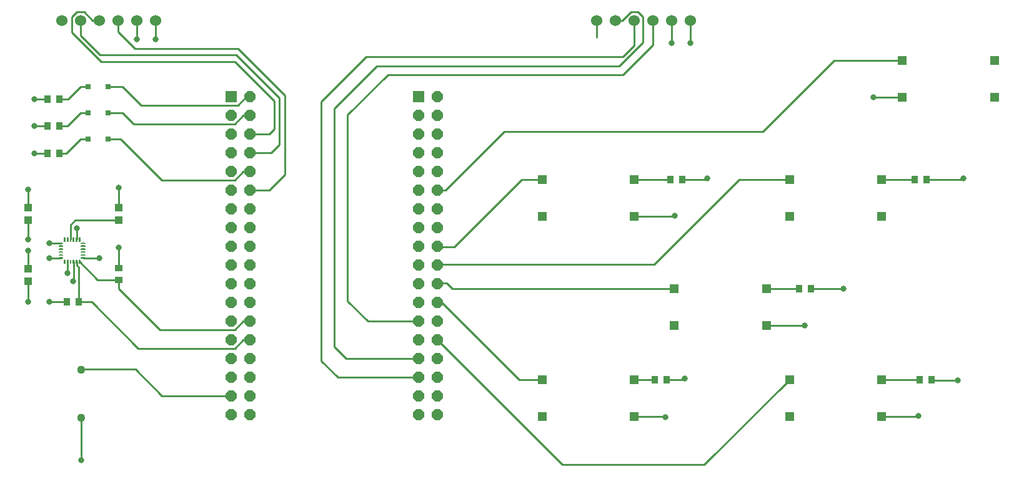
<source format=gbr>
G04 EAGLE Gerber X2 export*
%TF.Part,Single*%
%TF.FileFunction,Copper,L1,Top,Mixed*%
%TF.FilePolarity,Positive*%
%TF.GenerationSoftware,Autodesk,EAGLE,8.7.1*%
%TF.CreationDate,2018-04-20T19:54:14Z*%
G75*
%MOMM*%
%FSLAX34Y34*%
%LPD*%
%AMOC8*
5,1,8,0,0,1.08239X$1,22.5*%
G01*
%ADD10C,0.150000*%
%ADD11R,1.000000X1.100000*%
%ADD12R,1.308000X1.308000*%
%ADD13R,0.949959X1.031241*%
%ADD14C,1.524000*%
%ADD15R,1.524000X1.524000*%
%ADD16P,1.649562X8X292.500000*%
%ADD17R,0.800000X0.800000*%
%ADD18R,1.031241X0.949959*%
%ADD19C,1.108000*%
%ADD20C,0.254000*%
%ADD21C,0.812800*%


D10*
X340410Y296320D02*
X344910Y296320D01*
X344910Y295820D01*
X340410Y295820D01*
X340410Y296320D01*
X340410Y300320D02*
X344910Y300320D01*
X344910Y299820D01*
X340410Y299820D01*
X340410Y300320D01*
X340410Y304320D02*
X344910Y304320D01*
X344910Y303820D01*
X340410Y303820D01*
X340410Y304320D01*
X340410Y308320D02*
X344910Y308320D01*
X344910Y307820D01*
X340410Y307820D01*
X340410Y308320D01*
X340410Y312320D02*
X344910Y312320D01*
X344910Y311820D01*
X340410Y311820D01*
X340410Y312320D01*
X340410Y316320D02*
X344910Y316320D01*
X344910Y315820D01*
X340410Y315820D01*
X340410Y316320D01*
X337410Y318820D02*
X337410Y323320D01*
X337910Y323320D01*
X337910Y318820D01*
X337410Y318820D01*
X337410Y320319D02*
X337910Y320319D01*
X337910Y321818D02*
X337410Y321818D01*
X337410Y323317D02*
X337910Y323317D01*
X333410Y323320D02*
X333410Y318820D01*
X333410Y323320D02*
X333910Y323320D01*
X333910Y318820D01*
X333410Y318820D01*
X333410Y320319D02*
X333910Y320319D01*
X333910Y321818D02*
X333410Y321818D01*
X333410Y323317D02*
X333910Y323317D01*
X329410Y323320D02*
X329410Y318820D01*
X329410Y323320D02*
X329910Y323320D01*
X329910Y318820D01*
X329410Y318820D01*
X329410Y320319D02*
X329910Y320319D01*
X329910Y321818D02*
X329410Y321818D01*
X329410Y323317D02*
X329910Y323317D01*
X325410Y323320D02*
X325410Y318820D01*
X325410Y323320D02*
X325910Y323320D01*
X325910Y318820D01*
X325410Y318820D01*
X325410Y320319D02*
X325910Y320319D01*
X325910Y321818D02*
X325410Y321818D01*
X325410Y323317D02*
X325910Y323317D01*
X321410Y323320D02*
X321410Y318820D01*
X321410Y323320D02*
X321910Y323320D01*
X321910Y318820D01*
X321410Y318820D01*
X321410Y320319D02*
X321910Y320319D01*
X321910Y321818D02*
X321410Y321818D01*
X321410Y323317D02*
X321910Y323317D01*
X317410Y323320D02*
X317410Y318820D01*
X317410Y323320D02*
X317910Y323320D01*
X317910Y318820D01*
X317410Y318820D01*
X317410Y320319D02*
X317910Y320319D01*
X317910Y321818D02*
X317410Y321818D01*
X317410Y323317D02*
X317910Y323317D01*
X314910Y316320D02*
X310410Y316320D01*
X314910Y316320D02*
X314910Y315820D01*
X310410Y315820D01*
X310410Y316320D01*
X310410Y312320D02*
X314910Y312320D01*
X314910Y311820D01*
X310410Y311820D01*
X310410Y312320D01*
X310410Y308320D02*
X314910Y308320D01*
X314910Y307820D01*
X310410Y307820D01*
X310410Y308320D01*
X310410Y304320D02*
X314910Y304320D01*
X314910Y303820D01*
X310410Y303820D01*
X310410Y304320D01*
X310410Y300320D02*
X314910Y300320D01*
X314910Y299820D01*
X310410Y299820D01*
X310410Y300320D01*
X310410Y296320D02*
X314910Y296320D01*
X314910Y295820D01*
X310410Y295820D01*
X310410Y296320D01*
X317410Y293320D02*
X317410Y288820D01*
X317410Y293320D02*
X317910Y293320D01*
X317910Y288820D01*
X317410Y288820D01*
X317410Y290319D02*
X317910Y290319D01*
X317910Y291818D02*
X317410Y291818D01*
X317410Y293317D02*
X317910Y293317D01*
X321410Y293320D02*
X321410Y288820D01*
X321410Y293320D02*
X321910Y293320D01*
X321910Y288820D01*
X321410Y288820D01*
X321410Y290319D02*
X321910Y290319D01*
X321910Y291818D02*
X321410Y291818D01*
X321410Y293317D02*
X321910Y293317D01*
X325410Y293320D02*
X325410Y288820D01*
X325410Y293320D02*
X325910Y293320D01*
X325910Y288820D01*
X325410Y288820D01*
X325410Y290319D02*
X325910Y290319D01*
X325910Y291818D02*
X325410Y291818D01*
X325410Y293317D02*
X325910Y293317D01*
X329410Y293320D02*
X329410Y288820D01*
X329410Y293320D02*
X329910Y293320D01*
X329910Y288820D01*
X329410Y288820D01*
X329410Y290319D02*
X329910Y290319D01*
X329910Y291818D02*
X329410Y291818D01*
X329410Y293317D02*
X329910Y293317D01*
X333410Y293320D02*
X333410Y288820D01*
X333410Y293320D02*
X333910Y293320D01*
X333910Y288820D01*
X333410Y288820D01*
X333410Y290319D02*
X333910Y290319D01*
X333910Y291818D02*
X333410Y291818D01*
X333410Y293317D02*
X333910Y293317D01*
X337410Y293320D02*
X337410Y288820D01*
X337410Y293320D02*
X337910Y293320D01*
X337910Y288820D01*
X337410Y288820D01*
X337410Y290319D02*
X337910Y290319D01*
X337910Y291818D02*
X337410Y291818D01*
X337410Y293317D02*
X337910Y293317D01*
D11*
X267970Y364100D03*
X267970Y347100D03*
X391160Y347100D03*
X391160Y364100D03*
X267970Y264550D03*
X267970Y281550D03*
D12*
X1424940Y80810D03*
X1299940Y80810D03*
X1424940Y130810D03*
X1299940Y130810D03*
X1268730Y204000D03*
X1143730Y204000D03*
X1268730Y254000D03*
X1143730Y254000D03*
X1089660Y352590D03*
X964660Y352590D03*
X1089660Y402590D03*
X964660Y402590D03*
X1089660Y80810D03*
X964660Y80810D03*
X1089660Y130810D03*
X964660Y130810D03*
X1424940Y352590D03*
X1299940Y352590D03*
X1424940Y402590D03*
X1299940Y402590D03*
D13*
X1485646Y402590D03*
X1469644Y402590D03*
X1492631Y130810D03*
X1476629Y130810D03*
X1328801Y254000D03*
X1312799Y254000D03*
X1154811Y402590D03*
X1138809Y402590D03*
X1133221Y130810D03*
X1117219Y130810D03*
D14*
X313690Y618490D03*
X339090Y618490D03*
X364490Y618490D03*
X389890Y618490D03*
X415290Y618490D03*
X440690Y618490D03*
X1038860Y618490D03*
X1064260Y618490D03*
X1089660Y618490D03*
X1115060Y618490D03*
X1140460Y618490D03*
X1165860Y618490D03*
D15*
X543300Y514940D03*
D16*
X568700Y514940D03*
X543300Y489540D03*
X568700Y489540D03*
X543300Y464140D03*
X568700Y464140D03*
X543300Y438740D03*
X568700Y438740D03*
X543300Y413340D03*
X568700Y413340D03*
X543300Y387940D03*
X568700Y387940D03*
X543300Y362540D03*
X568700Y362540D03*
X543300Y337140D03*
X568700Y337140D03*
X543300Y311740D03*
X568700Y311740D03*
X543300Y286340D03*
X568700Y286340D03*
X543300Y260940D03*
X568700Y260940D03*
X543300Y235540D03*
X568700Y235540D03*
X543300Y210140D03*
X568700Y210140D03*
X543300Y184740D03*
X568700Y184740D03*
X543300Y159340D03*
X568700Y159340D03*
X543300Y133940D03*
X568700Y133940D03*
X543300Y108540D03*
X568700Y108540D03*
X543300Y83140D03*
X568700Y83140D03*
D15*
X797300Y514940D03*
D16*
X822700Y514940D03*
X797300Y489540D03*
X822700Y489540D03*
X797300Y464140D03*
X822700Y464140D03*
X797300Y438740D03*
X822700Y438740D03*
X797300Y413340D03*
X822700Y413340D03*
X797300Y387940D03*
X822700Y387940D03*
X797300Y362540D03*
X822700Y362540D03*
X797300Y337140D03*
X822700Y337140D03*
X797300Y311740D03*
X822700Y311740D03*
X797300Y286340D03*
X822700Y286340D03*
X797300Y260940D03*
X822700Y260940D03*
X797300Y235540D03*
X822700Y235540D03*
X797300Y210140D03*
X822700Y210140D03*
X797300Y184740D03*
X822700Y184740D03*
X797300Y159340D03*
X822700Y159340D03*
X797300Y133940D03*
X822700Y133940D03*
X797300Y108540D03*
X822700Y108540D03*
X797300Y83140D03*
X822700Y83140D03*
D17*
X376300Y528130D03*
X349300Y528130D03*
X376300Y457010D03*
X349300Y457010D03*
X376300Y492570D03*
X349300Y492570D03*
D13*
X310261Y474980D03*
X294259Y474980D03*
X310261Y511810D03*
X294259Y511810D03*
X310261Y438150D03*
X294259Y438150D03*
D12*
X1452880Y564350D03*
X1577880Y564350D03*
X1452880Y514350D03*
X1577880Y514350D03*
D18*
X391160Y282321D03*
X391160Y266319D03*
D13*
X320929Y236220D03*
X336931Y236220D03*
D19*
X339960Y143850D03*
X339960Y78850D03*
D20*
X1268730Y204000D02*
X1320330Y204000D01*
X1320800Y204470D01*
D21*
X1320800Y204470D03*
D20*
X1424940Y80810D02*
X1474000Y80810D01*
X1474470Y81280D01*
D21*
X1474470Y81280D03*
D20*
X320929Y236220D02*
X297180Y236220D01*
D21*
X297180Y236220D03*
D20*
X267970Y236220D02*
X267970Y264550D01*
D21*
X267970Y236220D03*
D20*
X391160Y282321D02*
X391160Y309880D01*
D21*
X391160Y309880D03*
D20*
X329660Y291070D02*
X329660Y264890D01*
X328930Y264160D01*
D21*
X328930Y264160D03*
D20*
X342660Y296070D02*
X364330Y296070D01*
X364490Y295910D01*
D21*
X364490Y295910D03*
D20*
X333660Y321070D02*
X333660Y336200D01*
X334010Y336550D01*
D21*
X334010Y336550D03*
D20*
X312660Y316070D02*
X297340Y316070D01*
X297180Y316230D01*
D21*
X297180Y316230D03*
D20*
X1089660Y80810D02*
X1130770Y80810D01*
X1131570Y80010D01*
D21*
X1131570Y80010D03*
D20*
X1143800Y352590D02*
X1089660Y352590D01*
X1143800Y352590D02*
X1144270Y353060D01*
D21*
X1144270Y353060D03*
D20*
X267970Y364100D02*
X267970Y388620D01*
D21*
X267970Y388620D03*
D20*
X339960Y78850D02*
X339999Y78848D01*
X340038Y78842D01*
X340076Y78833D01*
X340113Y78820D01*
X340149Y78803D01*
X340182Y78783D01*
X340214Y78759D01*
X340243Y78733D01*
X340269Y78704D01*
X340293Y78672D01*
X340313Y78639D01*
X340330Y78603D01*
X340343Y78566D01*
X340352Y78528D01*
X340358Y78489D01*
X340360Y78450D01*
X1133221Y130810D02*
X1156970Y130810D01*
X1158240Y132080D01*
D21*
X1158240Y132080D03*
D20*
X1165860Y588010D02*
X1165860Y618490D01*
D21*
X1165860Y588010D03*
D20*
X1413510Y514350D02*
X1452880Y514350D01*
D21*
X1413510Y514350D03*
D20*
X339960Y78850D02*
X339960Y21990D01*
X340360Y21590D01*
D21*
X340360Y21590D03*
D20*
X267970Y321310D02*
X267970Y347100D01*
D21*
X267970Y321310D03*
D20*
X267970Y306070D02*
X267970Y281550D01*
D21*
X267970Y306070D03*
D20*
X391160Y364100D02*
X391160Y391160D01*
D21*
X391160Y391160D03*
D20*
X321660Y291070D02*
X321660Y275940D01*
X321310Y275590D01*
D21*
X321310Y275590D03*
D20*
X312660Y296070D02*
X297340Y296070D01*
X297180Y295910D01*
D21*
X297180Y295910D03*
D20*
X294259Y511810D02*
X276860Y511810D01*
D21*
X276860Y511810D03*
D20*
X276860Y438150D02*
X294259Y438150D01*
D21*
X276860Y438150D03*
D20*
X1328801Y254000D02*
X1372870Y254000D01*
D21*
X1372870Y254000D03*
D20*
X1187450Y402590D02*
X1154811Y402590D01*
X1187450Y402590D02*
X1188720Y403860D01*
D21*
X1188720Y403860D03*
D20*
X1492631Y130810D02*
X1493901Y129540D01*
X1527810Y129540D01*
D21*
X1527810Y129540D03*
D20*
X1534160Y402590D02*
X1485646Y402590D01*
X1534160Y402590D02*
X1535430Y403860D01*
D21*
X1535430Y403860D03*
D20*
X415290Y593090D02*
X415290Y618490D01*
D21*
X415290Y593090D03*
D20*
X1140460Y588010D02*
X1140460Y618490D01*
D21*
X1140460Y588010D03*
D20*
X440690Y593090D02*
X440690Y618490D01*
D21*
X440690Y593090D03*
D20*
X1089660Y130810D02*
X1117219Y130810D01*
X1138809Y402590D02*
X1089660Y402590D01*
X1268730Y254000D02*
X1312799Y254000D01*
X1424940Y130810D02*
X1476629Y130810D01*
X1469644Y402590D02*
X1424940Y402590D01*
X1143730Y254000D02*
X843280Y254000D01*
X835660Y261620D01*
X823380Y261620D01*
X822700Y260940D01*
X937260Y402590D02*
X964660Y402590D01*
X937260Y402590D02*
X845820Y311150D01*
X823290Y311150D01*
X822700Y311740D01*
X322580Y511810D02*
X310261Y511810D01*
X322580Y511810D02*
X338900Y528130D01*
X349300Y528130D01*
X321310Y474980D02*
X310261Y474980D01*
X321310Y474980D02*
X339090Y492760D01*
X340873Y492760D01*
X339280Y492570D02*
X339090Y492760D01*
X339280Y492570D02*
X349300Y492570D01*
X294259Y474980D02*
X276860Y474980D01*
D21*
X276860Y474980D03*
D20*
X310261Y438150D02*
X320040Y438150D01*
X338900Y457010D01*
X349300Y457010D01*
X1360640Y564350D02*
X1452880Y564350D01*
X1263650Y467360D02*
X913130Y467360D01*
X833710Y387940D01*
X822700Y387940D01*
X1263650Y467360D02*
X1360640Y564350D01*
X597490Y438740D02*
X568700Y438740D01*
X597490Y438740D02*
X608330Y449580D01*
X608330Y513080D01*
X549910Y571500D01*
X365760Y571500D01*
X339090Y598170D01*
X339090Y618490D01*
X568700Y387940D02*
X594950Y387940D01*
X552450Y580390D02*
X412750Y580390D01*
X389890Y603250D01*
X389890Y618490D01*
X615950Y408940D02*
X594950Y387940D01*
X615950Y408940D02*
X615950Y516890D01*
X552450Y580390D01*
X568700Y464140D02*
X594950Y464140D01*
X601980Y471170D01*
X601980Y509270D01*
X548640Y562610D01*
X334356Y629920D02*
X327660Y623225D01*
X334356Y629920D02*
X343825Y629920D01*
X327660Y602416D02*
X367466Y562610D01*
X327660Y602416D02*
X327660Y623225D01*
X355255Y618490D02*
X364490Y618490D01*
X355255Y618490D02*
X343825Y629920D01*
X367466Y562610D02*
X548640Y562610D01*
X699180Y159340D02*
X797300Y159340D01*
X699180Y159340D02*
X683260Y175260D01*
X683260Y499110D01*
X740410Y556260D01*
X1094395Y629920D02*
X1101090Y623225D01*
X1094395Y629920D02*
X1084926Y629920D01*
X1073496Y618490D02*
X1064260Y618490D01*
X1073496Y618490D02*
X1084926Y629920D01*
X1101090Y588446D02*
X1068904Y556260D01*
X1101090Y588446D02*
X1101090Y623225D01*
X1068904Y556260D02*
X740410Y556260D01*
X728390Y210140D02*
X797300Y210140D01*
X728390Y210140D02*
X701040Y237490D01*
X701040Y490220D01*
X755650Y544830D01*
X1074420Y544830D01*
X1115060Y585470D01*
X1115060Y618490D01*
X797300Y133940D02*
X687750Y133940D01*
X665480Y156210D01*
X665480Y508000D01*
X726440Y568960D02*
X1074420Y568960D01*
X1089660Y584200D01*
X1089660Y618490D01*
X726440Y568960D02*
X665480Y508000D01*
X568700Y210140D02*
X559465Y210140D01*
X548035Y198710D01*
X447085Y198710D01*
X391160Y254635D02*
X391160Y266319D01*
X391160Y254635D02*
X447085Y198710D01*
X362411Y266319D02*
X337660Y291070D01*
X362411Y266319D02*
X391160Y266319D01*
X559465Y184740D02*
X568700Y184740D01*
X559465Y184740D02*
X548035Y173310D01*
X417240Y173310D01*
X354330Y236220D01*
X336931Y236220D01*
X336931Y282850D01*
X333660Y286121D01*
X333660Y291070D01*
X325660Y321070D02*
X325660Y340900D01*
X331860Y347100D02*
X391160Y347100D01*
X331860Y347100D02*
X325660Y340900D01*
X1231900Y402590D02*
X1299940Y402590D01*
X1231900Y402590D02*
X1116330Y287020D01*
X823380Y287020D01*
X822700Y286340D01*
X543300Y108540D02*
X449625Y108540D01*
X413385Y144780D01*
X340890Y144780D01*
X339960Y143850D01*
X375873Y528058D02*
X376300Y528130D01*
X375873Y528130D01*
X375873Y528203D02*
X376300Y528130D01*
X563928Y514940D02*
X568700Y514940D01*
X563928Y514940D02*
X552498Y503510D01*
X421050Y503510D01*
X396240Y528320D01*
X384128Y528320D01*
X383938Y528130D01*
X376300Y528130D01*
X559465Y489540D02*
X568700Y489540D01*
X559465Y489540D02*
X548035Y478110D01*
X410890Y478110D01*
X396240Y492760D01*
X384128Y492760D01*
X383938Y492570D01*
X376300Y492570D01*
X559465Y413340D02*
X568700Y413340D01*
X559465Y413340D02*
X548035Y401910D01*
X448990Y401910D01*
X393700Y457200D01*
X384128Y457200D01*
X383938Y457010D01*
X376300Y457010D01*
X933450Y130810D02*
X964660Y130810D01*
X933450Y130810D02*
X828720Y235540D01*
X822700Y235540D01*
X1184370Y15240D02*
X1299940Y130810D01*
X992200Y15240D02*
X822700Y184740D01*
X992200Y15240D02*
X1184370Y15240D01*
X1038860Y595630D02*
X1038860Y618490D01*
M02*

</source>
